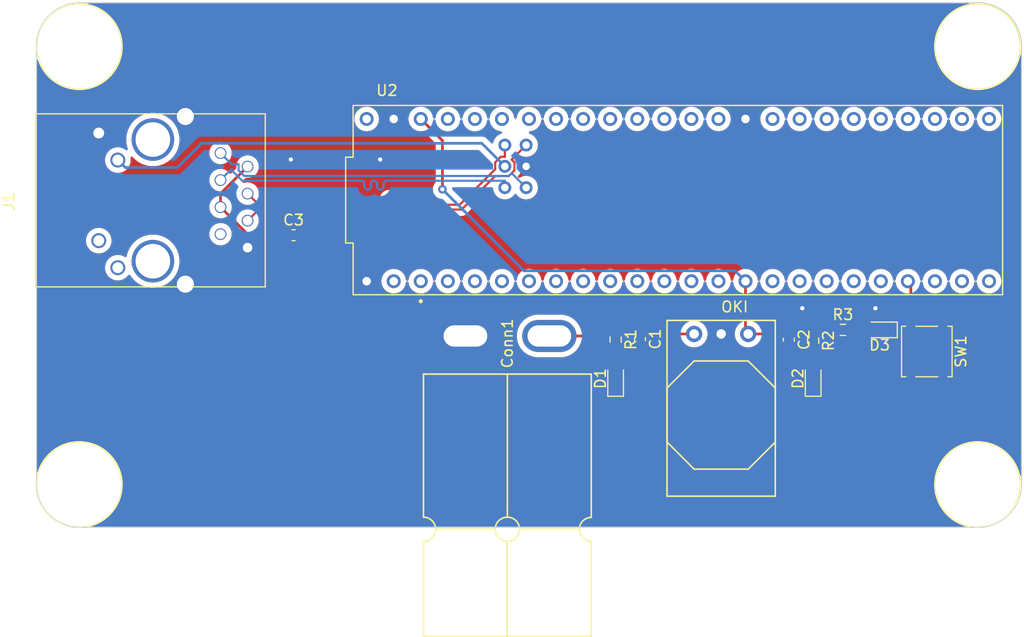
<source format=kicad_pcb>
(kicad_pcb (version 20221018) (generator pcbnew)
  (layers (0 "F.Cu" signal) (31 "B.Cu" signal) (34 "B.Paste" user) (35 "F.Paste" user) (36 "B.SilkS" user "B.Silkscreen") (37 "F.SilkS" user "F.Silkscreen") (38 "B.Mask" user) (39 "F.Mask" user) (44 "Edge.Cuts" user))
  (net 0 "")
  (net 1 "PV")
  (net 2 "GND")
  (net 3 "+3V3")
  (net 4 "Net-(C3-Pad2)")
  (net 5 "Net-(D1-A)")
  (net 6 "Net-(D2-A)")
  (net 7 "Test_Button")
  (net 8 "Net-(D3-A)")
  (net 10 "Net-(J1-Pad10)")
  (net 12 "/T+")
  (net 13 "/T-")
  (net 15 "/R+")
  (net 16 "/R-")
  (footprint "MRDT_Drill_Holes:4_40_Hole_Corner" (layer "F.Cu") (at 158.242 54.102)
    (fp_text reference "REF**" hide)
    (fp_text value "4_40_Hole" hide)
    (fp_circle (center 4.00812 -4.00812) (end 4.00812 0.00508) (stroke (width 0.15)) (fill none) (layer "F.SilkS"))
    (pad "" np_thru_hole circle (at 4.00812 -4.00812) (size 2.9464 2.9464) (drill 2.9464) (layers "*.Cu" "*.Mask") (clearance 2.5))
  )
  (footprint "MRDT_Shields:Teensy_4_1_Ethernet" (layer "F.Cu") (at 134.112 64.516)
    (fp_text reference "U2" (at -27.305 -10.295) (layer "F.SilkS"))
    (fp_text value "Teensy4.1_DEV-16771")
    (fp_line (start -31.18 4.03) (end -31.18 -4.03) (stroke (width 0.127)) (layer "F.SilkS"))
    (fp_line (start -30.48 -8.89) (end -30.48 -4.03) (stroke (width 0.127)) (layer "F.SilkS"))
    (fp_line (start -30.48 -8.89) (end 30.48 -8.89) (stroke (width 0.127)) (layer "F.SilkS"))
    (fp_line (start -30.48 -4.03) (end -31.18 -4.03) (stroke (width 0.127)) (layer "F.SilkS"))
    (fp_line (start -30.48 4.03) (end -31.18 4.03) (stroke (width 0.127)) (layer "F.SilkS"))
    (fp_line (start -30.48 8.89) (end -30.48 4.03) (stroke (width 0.127)) (layer "F.SilkS"))
    (fp_line (start 30.48 -8.89) (end 30.48 8.89) (stroke (width 0.127)) (layer "F.SilkS"))
    (fp_line (start 30.48 8.89) (end -30.48 8.89) (stroke (width 0.127)) (layer "F.SilkS"))
    (fp_circle (center -24.13 9.5) (end -24.03 9.5) (stroke (width 0.2)) (fill none) (layer "F.SilkS"))
    (pad "0" thru_hole circle (at -26.67 7.62) (size 1.308 1.308) (drill 0.8) (layers "*.Cu" "*.Mask"))
    (pad "1" thru_hole circle (at -24.13 7.62) (size 1.308 1.308) (drill 0.8) (layers "*.Cu" "*.Mask"))
    (pad "2" thru_hole circle (at -21.59 7.62) (size 1.308 1.308) (drill 0.8) (layers "*.Cu" "*.Mask"))
    (pad "3" thru_hole circle (at -19.05 7.62) (size 1.308 1.308) (drill 0.8) (layers "*.Cu" "*.Mask"))
    (pad "3.3V_1" thru_hole circle (at 6.35 7.62) (size 1.308 1.308) (drill 0.8) (layers "*.Cu" "*.Mask") (net 3 "+3V3"))
    (pad "3.3V_2" thru_hole circle (at -24.13 -7.62) (size 1.308 1.308) (drill 0.8) (layers "*.Cu" "*.Mask") (net 3 "+3V3"))
    (pad "4" thru_hole circle (at -16.51 7.62) (size 1.308 1.308) (drill 0.8) (layers "*.Cu" "*.Mask"))
    (pad "5" thru_hole circle (at -13.97 7.62) (size 1.308 1.308) (drill 0.8) (layers "*.Cu" "*.Mask"))
    (pad "6" thru_hole circle (at -11.43 7.62) (size 1.308 1.308) (drill 0.8) (layers "*.Cu" "*.Mask"))
    (pad "7" thru_hole circle (at -8.89 7.62) (size 1.308 1.308) (drill 0.8) (layers "*.Cu" "*.Mask"))
    (pad "8" thru_hole circle (at -6.35 7.62) (size 1.308 1.308) (drill 0.8) (layers "*.Cu" "*.Mask"))
    (pad "9" thru_hole circle (at -3.81 7.62) (size 1.308 1.308) (drill 0.8) (layers "*.Cu" "*.Mask"))
    (pad "10" thru_hole circle (at -1.27 7.62) (size 1.308 1.308) (drill 0.8) (layers "*.Cu" "*.Mask"))
    (pad "11" thru_hole circle (at 1.27 7.62) (size 1.308 1.308) (drill 0.8) (layers "*.Cu" "*.Mask"))
    (pad "12" thru_hole circle (at 3.81 7.62) (size 1.308 1.308) (drill 0.8) (layers "*.Cu" "*.Mask"))
    (pad "13" thru_hole circle (at 3.81 -7.62) (size 1.308 1.308) (drill 0.8) (layers "*.Cu" "*.Mask"))
    (pad "14" thru_hole circle (at 1.27 -7.62) (size 1.308 1.308) (drill 0.8) (layers "*.Cu" "*.Mask"))
    (pad "15" thru_hole circle (at -1.27 -7.62) (size 1.308 1.308) (drill 0.8) (layers "*.Cu" "*.Mask"))
    (pad "16" thru_hole circle (at -3.81 -7.62) (size 1.308 1.308) (drill 0.8) (layers "*.Cu" "*.Mask"))
    (pad "17" thru_hole circle (at -6.35 -7.62) (size 1.308 1.308) (drill 0.8) (layers "*.Cu" "*.Mask"))
    (pad "18" thru_hole circle (at -8.89 -7.62) (size 1.308 1.308) (drill 0.8) (layers "*.Cu" "*.Mask"))
    (pad "19" thru_hole circle (at -11.43 -7.62) (size 1.308 1.308) (drill 0.8) (layers "*.Cu" "*.Mask"))
    (pad "20" thru_hole circle (at -13.97 -7.62) (size 1.308 1.308) (drill 0.8) (layers "*.Cu" "*.Mask"))
    (pad "21" thru_hole circle (at -16.51 -7.62) (size 1.308 1.308) (drill 0.8) (layers "*.Cu" "*.Mask"))
    (pad "22" thru_hole circle (at -19.05 -7.62) (size 1.308 1.308) (drill 0.8) (layers "*.Cu" "*.Mask"))
    (pad "23" thru_hole circle (at -21.59 -7.62) (size 1.308 1.308) (drill 0.8) (layers "*.Cu" "*.Mask"))
    (pad "24" thru_hole circle (at 8.89 7.62) (size 1.308 1.308) (drill 0.8) (layers "*.Cu" "*.Mask"))
    (pad "25" thru_hole circle (at 11.43 7.62) (size 1.308 1.308) (drill 0.8) (layers "*.Cu" "*.Mask"))
    (pad "26" thru_hole circle (at 13.97 7.62) (size 1.308 1.308) (drill 0.8) (layers "*.Cu" "*.Mask"))
    (pad "27" thru_hole circle (at 16.51 7.62) (size 1.308 1.308) (drill 0.8) (layers "*.Cu" "*.Mask"))
    (pad "28" thru_hole circle (at 19.05 7.62) (size 1.308 1.308) (drill 0.8) (layers "*.Cu" "*.Mask"))
    (pad "29" thru_hole circle (at 21.59 7.62) (size 1.308 1.308) (drill 0.8) (layers "*.Cu" "*.Mask") (net 7 "Test_Button"))
    (pad "30" thru_hole circle (at 24.13 7.62) (size 1.308 1.308) (drill 0.8) (layers "*.Cu" "*.Mask"))
    (pad "31" thru_hole circle (at 26.67 7.62) (size 1.308 1.308) (drill 0.8) (layers "*.Cu" "*.Mask"))
    (pad "32" thru_hole circle (at 29.21 7.62) (size 1.308 1.308) (drill 0.8) (layers "*.Cu" "*.Mask"))
    (pad "33" thru_hole circle (at 29.21 -7.62) (size 1.308 1.308) (drill 0.8) (layers "*.Cu" "*.Mask"))
    (pad "34" thru_hole circle (at 26.67 -7.62) (size 1.308 1.308) (drill 0.8) (layers "*.Cu" "*.Mask"))
    (pad "35" thru_hole circle (at 24.13 -7.62) (size 1.308 1.308) (drill 0.8) (layers "*.Cu" "*.Mask"))
    (pad "36" thru_hole circle (at 21.59 -7.62) (size 1.308 1.308) (drill 0.8) (layers "*.Cu" "*.Mask"))
    (pad "37" thru_hole circle (at 19.05 -7.62) (size 1.308 1.308) (drill 0.8) (layers "*.Cu" "*.Mask"))
    (pad "38" thru_hole circle (at 16.51 -7.62) (size 1.308 1.308) (drill 0.8) (layers "*.Cu" "*.Mask"))
    (pad "39" thru_hole circle (at 13.97 -7.62) (size 1.308 1.308) (drill 0.8) (layers "*.Cu" "*.Mask"))
    (pad "40" thru_hole circle (at 11.43 -7.62) (size 1.308 1.308) (drill 0.8) (layers "*.Cu" "*.Mask"))
    (pad "41" thru_hole circle (at 8.89 -7.62) (size 1.308 1.308) (drill 0.8) (layers "*.Cu" "*.Mask"))
    (pad "GND1" thru_hole circle (at -29.21 7.62) (size 1.308 1.308) (drill 0.8) (layers "*.Cu" "*.Mask") (net 2 "GND"))
    (pad "GND2" thru_hole circle (at 6.35 -7.62) (size 1.308 1.308) (drill 0.8) (layers "*.Cu" "*.Mask") (net 2 "GND"))
    (pad "GND3" thru_hole circle (at -26.67 -7.62) (size 1.308 1.308) (drill 0.8) (layers "*.Cu" "*.Mask") (net 2 "GND"))
    (pad "GND5" thru_hole circle (at -14.24 -3.17) (size 1.208 1.208) (drill 0.7) (layers "*.Cu" "*.Mask") (net 2 "GND"))
    (pad "LED" thru_hole circle (at -16.24 -3.17) (size 1.208 1.208) (drill 0.7) (layers "*.Cu" "*.Mask") (net 10 "Net-(J1-Pad10)"))
    (pad "R+" thru_hole circle (at -16.24 -5.17) (size 1.208 1.208) (drill 0.7) (layers "*.Cu" "*.Mask") (net 15 "/R+"))
    (pad "R-" thru_hole circle (at -14.24 -5.17) (size 1.208 1.208) (drill 0.7) (layers "*.Cu" "*.Mask") (net 16 "/R-"))
    (pad "T+" thru_hole circle (at -14.24 -1.17) (size 1.208 1.208) (drill 0.7) (layers "*.Cu" "*.Mask") (net 12 "/T+"))
    (pad "T-" thru_hole circle (at -16.24 -1.17) (size 1.208 1.208) (drill 0.7) (layers "*.Cu" "*.Mask") (net 13 "/T-"))
    (pad "VIN" thru_hole circle (at -29.21 -7.62) (size 1.308 1.308) (drill 0.8) (layers "*.Cu" "*.Mask"))
  )
  (footprint "MRDT_Connectors:RJ45_Teensy" (layer "F.Cu") (at 71.836 64.666 -90)
    (fp_text reference "J1" (at 0 0.5 90) (layer "F.SilkS"))
    (fp_text value "RJ45_LED_Shielded")
    (fp_line (start -8.25 -23.55) (end 8 -23.55) (stroke (width 0.12)) (layer "F.SilkS"))
    (fp_line (start -8.25 -2) (end -8.25 -23.55) (stroke (width 0.12)) (layer "F.SilkS"))
    (fp_line (start -8.25 -2) (end 8 -2) (stroke (width 0.12)) (layer "F.SilkS"))
    (fp_line (start 8 -2) (end 8 -23.55) (stroke (width 0.12)) (layer "F.SilkS"))
    (pad "1" thru_hole circle (at -4.57 -19.35 270) (size 1.1 1.1) (drill 0.9) (layers "*.Cu" "*.Mask") (net 12 "/T+"))
    (pad "2" thru_hole circle (at -3.3 -21.89 270) (size 1.1 1.1) (drill 0.9) (layers "*.Cu" "*.Mask") (net 4 "Net-(C3-Pad2)"))
    (pad "3" thru_hole circle (at -2.03 -19.35 270) (size 1.1 1.1) (drill 0.9) (layers "*.Cu" "*.Mask") (net 13 "/T-"))
    (pad "4" thru_hole circle (at -0.76 -21.89 270) (size 1.1 1.1) (drill 0.9) (layers "*.Cu" "*.Mask") (net 15 "/R+"))
    (pad "5" thru_hole circle (at 0.51 -19.35 270) (size 1.1 1.1) (drill 0.9) (layers "*.Cu" "*.Mask") (net 4 "Net-(C3-Pad2)"))
    (pad "6" thru_hole circle (at 1.78 -21.89 270) (size 1.1 1.1) (drill 0.9) (layers "*.Cu" "*.Mask") (net 16 "/R-"))
    (pad "7" thru_hole circle (at 3.05 -19.35 270) (size 1.1 1.1) (drill 0.9) (layers "*.Cu" "*.Mask"))
    (pad "8" thru_hole circle (at 4.32 -21.89 270) (size 1.1 1.1) (drill 0.9) (layers "*.Cu" "*.Mask") (net 2 "GND"))
    (pad "9" thru_hole circle (at -6.45 -7.92 270) (size 1.4 1.4) (drill 1.02) (layers "*.Cu" "*.Mask") (net 2 "GND"))
    (pad "10" thru_hole circle (at -3.91 -9.71 270) (size 1.4 1.4) (drill 1.02) (layers "*.Cu" "*.Mask") (net 10 "Net-(J1-Pad10)"))
    (pad "11" thru_hole circle (at 3.66 -7.92 270) (size 1.4 1.4) (drill 1.02) (layers "*.Cu" "*.Mask"))
    (pad "12" thru_hole circle (at 6.2 -9.71 270) (size 1.4 1.4) (drill 1.02) (layers "*.Cu" "*.Mask"))
    (pad "13" thru_hole circle (at -5.84 -13 270) (size 4 4) (drill 3.25) (layers "*.Cu" "*.Mask"))
    (pad "14" thru_hole circle (at 5.59 -13 270) (size 4 4) (drill 3.25) (layers "*.Cu" "*.Mask"))
    (pad "SH" thru_hole circle (at -8 -16.05 270) (size 2 2) (drill 1.6) (layers "*.Cu" "*.Mask") (net 2 "GND"))
    (pad "SH" thru_hole circle (at 7.75 -16.05 270) (size 2 2) (drill 1.6) (layers "*.Cu" "*.Mask") (net 2 "GND"))
  )
  (footprint "Capacitor_SMD:C_0603_1608Metric_Pad1.08x0.95mm_HandSolder" (layer "F.Cu") (at 98.044 67.818)
    (fp_text reference "C3" (at 0 -1.43) (layer "F.SilkS"))
    (fp_text value "0.1uF")
    (fp_line (start -0.146267 -0.51) (end 0.146267 -0.51) (stroke (width 0.12)) (layer "F.SilkS"))
    (fp_line (start -0.146267 0.51) (end 0.146267 0.51) (stroke (width 0.12)) (layer "F.SilkS"))
    (pad "1" smd roundrect (at -0.8625 0) (size 1.075 0.95) (layers "F.Cu" "F.Paste" "F.Mask") (net 2 "GND"))
    (pad "2" smd roundrect (at 0.8625 0) (size 1.075 0.95) (layers "F.Cu" "F.Paste" "F.Mask") (net 4 "Net-(C3-Pad2)"))
  )
  (footprint "MRDT_Drill_Holes:4_40_Hole_Corner" (layer "F.Cu") (at 158.242 95.25)
    (fp_text reference "REF**" hide)
    (fp_text value "4_40_Hole" hide)
    (fp_circle (center 4.00812 -4.00812) (end 4.00812 0.00508) (stroke (width 0.15)) (fill none) (layer "F.SilkS"))
    (pad "" np_thru_hole circle (at 4.00812 -4.00812) (size 2.9464 2.9464) (drill 2.9464) (layers "*.Cu" "*.Mask") (clearance 2.5))
  )
  (footprint "Resistor_SMD:R_0603_1608Metric_Pad0.98x0.95mm_HandSolder" (layer "F.Cu") (at 128.27 77.6205 -90)
    (fp_text reference "R1" (at 0 -1.43 90) (layer "F.SilkS"))
    (fp_text value "3k")
    (fp_line (start -0.254724 -0.5225) (end 0.254724 -0.5225) (stroke (width 0.12)) (layer "F.SilkS"))
    (fp_line (start -0.254724 0.5225) (end 0.254724 0.5225) (stroke (width 0.12)) (layer "F.SilkS"))
    (pad "1" smd roundrect (at -0.9125 0 270) (size 0.975 0.95) (layers "F.Cu" "F.Paste" "F.Mask") (net 1 "PV"))
    (pad "2" smd roundrect (at 0.9125 0 270) (size 0.975 0.95) (layers "F.Cu" "F.Paste" "F.Mask") (net 5 "Net-(D1-A)"))
  )
  (footprint "LED_SMD:LED_0603_1608Metric_Pad1.05x0.95mm_HandSolder" (layer "F.Cu") (at 153.049 76.708 180)
    (fp_text reference "D3" (at 0 -1.43) (layer "F.SilkS"))
    (fp_text value "Blue")
    (fp_line (start -1.66 -0.735) (end -1.66 0.735) (stroke (width 0.12)) (layer "F.SilkS"))
    (fp_line (start -1.66 0.735) (end 0.8 0.735) (stroke (width 0.12)) (layer "F.SilkS"))
    (fp_line (start 0.8 -0.735) (end -1.66 -0.735) (stroke (width 0.12)) (layer "F.SilkS"))
    (pad "1" smd roundrect (at -0.875 0 180) (size 1.05 0.95) (layers "F.Cu" "F.Paste" "F.Mask") (net 7 "Test_Button"))
    (pad "2" smd roundrect (at 0.875 0 180) (size 1.05 0.95) (layers "F.Cu" "F.Paste" "F.Mask") (net 8 "Net-(D3-A)"))
  )
  (footprint "LED_SMD:LED_0603_1608Metric_Pad1.05x0.95mm_HandSolder" (layer "F.Cu") (at 128.27 81.28 90)
    (fp_text reference "D1" (at 0 -1.43 90) (layer "F.SilkS"))
    (fp_text value "Green")
    (fp_line (start -1.66 -0.735) (end -1.66 0.735) (stroke (width 0.12)) (layer "F.SilkS"))
    (fp_line (start -1.66 0.735) (end 0.8 0.735) (stroke (width 0.12)) (layer "F.SilkS"))
    (fp_line (start 0.8 -0.735) (end -1.66 -0.735) (stroke (width 0.12)) (layer "F.SilkS"))
    (pad "1" smd roundrect (at -0.875 0 90) (size 1.05 0.95) (layers "F.Cu" "F.Paste" "F.Mask") (net 2 "GND"))
    (pad "2" smd roundrect (at 0.875 0 90) (size 1.05 0.95) (layers "F.Cu" "F.Paste" "F.Mask") (net 5 "Net-(D1-A)"))
  )
  (footprint "MRDT_Connectors:Square_Anderson_2_H_Side_By_Side_PV" (layer "F.Cu") (at 113.873 77.1562 90)
    (fp_text reference "Conn1" (at -0.8218 4.237 90) (layer "F.SilkS"))
    (fp_text value "AndersonPP")
    (fp_line (start -28.344 -3.637) (end -28.344 12.111) (stroke (width 0.15)) (layer "F.SilkS"))
    (fp_line (start -28.3186 -3.637) (end -20.5716 -3.637) (stroke (width 0.15)) (layer "F.SilkS"))
    (fp_line (start -28.3186 4.2116) (end -19.4286 4.2116) (stroke (width 0.15)) (layer "F.SilkS"))
    (fp_line (start -20.597 12.111) (end -19.4286 12.111) (stroke (width 0.15)) (layer "F.SilkS"))
    (fp_line (start -20.5716 12.111) (end -28.3186 12.111) (stroke (width 0.15)) (layer "F.SilkS"))
    (fp_line (start -19.4286 -3.637) (end -20.6478 -3.637) (stroke (width 0.15)) (layer "F.SilkS"))
    (fp_line (start -18.2856 -2.494) (end -18.2856 -1.3256) (stroke (width 0.15)) (layer "F.SilkS"))
    (fp_line (start -18.2856 1.951) (end -18.2856 -1.3256) (stroke (width 0.15)) (layer "F.SilkS"))
    (fp_line (start -18.2856 1.951) (end -18.2856 3.094) (stroke (width 0.15)) (layer "F.SilkS"))
    (fp_line (start -18.2856 6.523) (end -18.2856 5.38) (stroke (width 0.15)) (layer "F.SilkS"))
    (fp_line (start -18.2856 6.523) (end -18.2856 9.825) (stroke (width 0.15)) (layer "F.SilkS"))
    (fp_line (start -18.2856 9.7996) (end -18.2856 10.968) (stroke (width 0.15)) (layer "F.SilkS"))
    (fp_line (start -16.025 -3.637) (end -17.1172 -3.637) (stroke (width 0.15)) (layer "F.SilkS"))
    (fp_line (start -15.9996 -3.637) (end -3.706 -3.637) (stroke (width 0.15)) (layer "F.SilkS"))
    (fp_line (start -15.9996 4.237) (end -17.1426 4.237) (stroke (width 0.15)) (layer "F.SilkS"))
    (fp_line (start -15.9996 4.237) (end -3.706 4.237) (stroke (width 0.15)) (layer "F.SilkS"))
    (fp_line (start -15.9996 12.111) (end -3.706 12.111) (stroke (width 0.15)) (layer "F.SilkS"))
    (fp_line (start -15.9742 12.111) (end -17.168 12.111) (stroke (width 0.15)) (layer "F.SilkS"))
    (fp_line (start -3.706 -3.637) (end -3.706 12.111) (stroke (width 0.15)) (layer "F.SilkS"))
    (fp_arc (start -19.4032 12.111) (mid -19.075863 11.320737) (end -18.2856 10.9934) (stroke (width 0.15)) (layer "F.SilkS"))
    (fp_arc (start -18.2856 -2.494) (mid -19.093823 -2.828777) (end -19.4286 -3.637) (stroke (width 0.15)) (layer "F.SilkS"))
    (fp_arc (start -18.2856 10.9934) (mid -17.495337 11.320737) (end -17.168 12.111) (stroke (width 0.15)) (layer "F.SilkS"))
    (fp_arc (start -17.1426 -3.637) (mid -17.477377 -2.828777) (end -18.2856 -2.494) (stroke (width 0.15)) (layer "F.SilkS"))
    (fp_circle (center -18.2856 4.237) (end -18.2856 5.38) (stroke (width 0.15)) (fill none) (layer "F.SilkS"))
    (pad "1" thru_hole oval (at -0.1246 0.3 90) (size 3 5.1) (drill oval 2 4.1) (layers "*.Cu" "*.Mask") (net 2 "GND"))
    (pad "4" thru_hole oval (at -0.1246 8.174 90) (size 3 5.1) (drill oval 2 4.1) (layers "*.Cu" "*.Mask") (net 1 "PV"))
  )
  (footprint "Capacitor_SMD:C_0603_1608Metric_Pad1.08x0.95mm_HandSolder" (layer "F.Cu") (at 130.556 77.5705 -90)
    (fp_text reference "C1" (at 0 -1.43 90) (layer "F.SilkS"))
    (fp_text value "10uF")
    (fp_line (start -0.146267 -0.51) (end 0.146267 -0.51) (stroke (width 0.12)) (layer "F.SilkS"))
    (fp_line (start -0.146267 0.51) (end 0.146267 0.51) (stroke (width 0.12)) (layer "F.SilkS"))
    (pad "1" smd roundrect (at -0.8625 0 270) (size 1.075 0.95) (layers "F.Cu" "F.Paste" "F.Mask") (net 1 "PV"))
    (pad "2" smd roundrect (at 0.8625 0 270) (size 1.075 0.95) (layers "F.Cu" "F.Paste" "F.Mask") (net 2 "GND"))
  )
  (footprint "Capacitor_SMD:C_0603_1608Metric_Pad1.08x0.95mm_HandSolder" (layer "F.Cu") (at 144.526 77.6235 -90)
    (fp_text reference "C2" (at 0 -1.43 90) (layer "F.SilkS"))
    (fp_text value "10uF")
    (fp_line (start -0.146267 -0.51) (end 0.146267 -0.51) (stroke (width 0.12)) (layer "F.SilkS"))
    (fp_line (start -0.146267 0.51) (end 0.146267 0.51) (stroke (width 0.12)) (layer "F.SilkS"))
    (pad "1" smd roundrect (at -0.8625 0 270) (size 1.075 0.95) (layers "F.Cu" "F.Paste" "F.Mask") (net 3 "+3V3"))
    (pad "2" smd roundrect (at 0.8625 0 270) (size 1.075 0.95) (layers "F.Cu" "F.Paste" "F.Mask") (net 2 "GND"))
  )
  (footprint "MRDT_Drill_Holes:4_40_Hole_Corner" (layer "F.Cu") (at 73.914 95.25)
    (fp_text reference "REF**" hide)
    (fp_text value "4_40_Hole" hide)
    (fp_circle (center 4.00812 -4.00812) (end 4.00812 0.00508) (stroke (width 0.15)) (fill none) (layer "F.SilkS"))
    (pad "" np_thru_hole circle (at 4.00812 -4.00812) (size 2.9464 2.9464) (drill 2.9464) (layers "*.Cu" "*.Mask") (clearance 2.5))
  )
  (footprint "Resistor_SMD:R_0603_1608Metric_Pad0.98x0.95mm_HandSolder" (layer "F.Cu") (at 146.812 77.724 -90)
    (fp_text reference "R2" (at 0 -1.43 90) (layer "F.SilkS"))
    (fp_text value "120")
    (fp_line (start -0.254724 -0.5225) (end 0.254724 -0.5225) (stroke (width 0.12)) (layer "F.SilkS"))
    (fp_line (start -0.254724 0.5225) (end 0.254724 0.5225) (stroke (width 0.12)) (layer "F.SilkS"))
    (pad "1" smd roundrect (at -0.9125 0 270) (size 0.975 0.95) (layers "F.Cu" "F.Paste" "F.Mask") (net 3 "+3V3"))
    (pad "2" smd roundrect (at 0.9125 0 270) (size 0.975 0.95) (layers "F.Cu" "F.Paste" "F.Mask") (net 6 "Net-(D2-A)"))
  )
  (footprint "MRDT_Drill_Holes:4_40_Hole_Corner" (layer "F.Cu") (at 73.914 54.102)
    (fp_text reference "REF**" hide)
    (fp_text value "4_40_Hole" hide)
    (fp_circle (center 4.00812 -4.00812) (end 4.00812 0.00508) (stroke (width 0.15)) (fill none) (layer "F.SilkS"))
    (pad "" np_thru_hole circle (at 4.00812 -4.00812) (size 2.9464 2.9464) (drill 2.9464) (layers "*.Cu" "*.Mask") (clearance 2.5))
  )
  (footprint "LED_SMD:LED_0603_1608Metric_Pad1.05x0.95mm_HandSolder" (layer "F.Cu") (at 146.812 81.28 90)
    (fp_text reference "D2" (at 0 -1.43 90) (layer "F.SilkS"))
    (fp_text value "Green")
    (fp_line (start -1.66 -0.735) (end -1.66 0.735) (stroke (width 0.12)) (layer "F.SilkS"))
    (fp_line (start -1.66 0.735) (end 0.8 0.735) (stroke (width 0.12)) (layer "F.SilkS"))
    (fp_line (start 0.8 -0.735) (end -1.66 -0.735) (stroke (width 0.12)) (layer "F.SilkS"))
    (pad "1" smd roundrect (at -0.875 0 90) (size 1.05 0.95) (layers "F.Cu" "F.Paste" "F.Mask") (net 2 "GND"))
    (pad "2" smd roundrect (at 0.875 0 90) (size 1.05 0.95) (layers "F.Cu" "F.Paste" "F.Mask") (net 6 "Net-(D2-A)"))
  )
  (footprint "MRDT_Devices:OKI_Horizontal" (layer "F.Cu") (at 135.636 77.089)
    (fp_text reference "U1" hide)
    (fp_text value "OKI" (at 3.81 -2.54) (layer "F.SilkS"))
    (fp_line (start -2.54 -1.27) (end 7.62 -1.27) (stroke (width 0.15)) (layer "F.SilkS"))
    (fp_line (start -2.54 5.08) (end 0 2.54) (stroke (width 0.15)) (layer "F.SilkS"))
    (fp_line (start -2.54 10.16) (end -2.54 5.08) (stroke (width 0.15)) (layer "F.SilkS"))
    (fp_line (start -2.54 15.24) (end -2.54 -1.27) (stroke (width 0.15)) (layer "F.SilkS"))
    (fp_line (start -2.54 15.24) (end 7.62 15.24) (stroke (width 0.15)) (layer "F.SilkS"))
    (fp_line (start 0 2.54) (end 5.08 2.54) (stroke (width 0.15)) (layer "F.SilkS"))
    (fp_line (start 0 12.7) (end -2.54 10.16) (stroke (width 0.15)) (layer "F.SilkS"))
    (fp_line (start 5.08 2.54) (end 7.62 5.08) (stroke (width 0.15)) (layer "F.SilkS"))
    (fp_line (start 5.08 12.7) (end 0 12.7) (stroke (width 0.15)) (layer "F.SilkS"))
    (fp_line (start 7.62 -1.27) (end 7.62 15.24) (stroke (width 0.15)) (layer "F.SilkS"))
    (fp_line (start 7.62 5.08) (end 7.62 10.16) (stroke (width 0.15)) (layer "F.SilkS"))
    (fp_line (start 7.62 10.16) (end 5.08 12.7) (stroke (width 0.15)) (layer "F.SilkS"))
    (pad "1" thru_hole circle (at 0 0) (size 1.524 1.524) (drill 0.889) (layers "*.Cu" "*.Mask") (net 1 "PV"))
    (pad "2" thru_hole circle (at 2.54 0) (size 1.524 1.524) (drill 0.889) (layers "*.Cu" "*.Mask") (net 2 "GND"))
    (pad "3" thru_hole circle (at 5.08 0) (size 1.524 1.524) (drill 0.889) (layers "*.Cu" "*.Mask") (net 3 "+3V3"))
  )
  (footprint "Button_Switch_SMD:SW_SPST_TL3305A" (layer "F.Cu") (at 157.48 78.74 -90)
    (fp_text reference "SW1" (at 0 -3.2 90) (layer "F.SilkS"))
    (fp_text value "SW_Push")
    (fp_line (start -2.37 -2.37) (end -2.37 -1.97) (stroke (width 0.12)) (layer "F.SilkS"))
    (fp_line (start -2.37 -2.37) (end 2.37 -2.37) (stroke (width 0.12)) (layer "F.SilkS"))
    (fp_line (start -2.37 1.03) (end -2.37 -1.03) (stroke (width 0.12)) (layer "F.SilkS"))
    (fp_line (start -2.37 2.37) (end -2.37 1.97) (stroke (width 0.12)) (layer "F.SilkS"))
    (fp_line (start -2.37 2.37) (end 2.37 2.37) (stroke (width 0.12)) (layer "F.SilkS"))
    (fp_line (start 2.37 -2.37) (end 2.37 -1.97) (stroke (width 0.12)) (layer "F.SilkS"))
    (fp_line (start 2.37 1.03) (end 2.37 -1.03) (stroke (width 0.12)) (layer "F.SilkS"))
    (fp_line (start 2.37 2.37) (end 2.37 1.97) (stroke (width 0.12)) (layer "F.SilkS"))
    (pad "1" smd rect (at -3.6 -1.5 270) (size 1.6 1.4) (layers "F.Cu" "F.Paste" "F.Mask") (net 2 "GND"))
    (pad "1" smd rect (at 3.6 -1.5 270) (size 1.6 1.4) (layers "F.Cu" "F.Paste" "F.Mask") (net 2 "GND"))
    (pad "2" smd rect (at -3.6 1.5 270) (size 1.6 1.4) (layers "F.Cu" "F.Paste" "F.Mask") (net 7 "Test_Button"))
    (pad "2" smd rect (at 3.6 1.5 270) (size 1.6 1.4) (layers "F.Cu" "F.Paste" "F.Mask") (net 7 "Test_Button"))
  )
  (footprint "Resistor_SMD:R_0603_1608Metric_Pad0.98x0.95mm_HandSolder" (layer "F.Cu") (at 149.606 76.708)
    (fp_text reference "R3" (at 0 -1.43) (layer "F.SilkS"))
    (fp_text value "120")
    (fp_line (start -0.254724 -0.5225) (end 0.254724 -0.5225) (stroke (width 0.12)) (layer "F.SilkS"))
    (fp_line (start -0.254724 0.5225) (end 0.254724 0.5225) (stroke (width 0.12)) (layer "F.SilkS"))
    (pad "1" smd roundrect (at -0.9125 0) (size 0.975 0.95) (layers "F.Cu" "F.Paste" "F.Mask") (net 3 "+3V3"))
    (pad "2" smd roundrect (at 0.9125 0) (size 0.975 0.95) (layers "F.Cu" "F.Paste" "F.Mask") (net 8 "Net-(D3-A)"))
  )
  (gr_line (start 77.978 95.25) (end 162.306 95.25) (stroke (width 0.1)) (layer "Edge.Cuts"))
  (gr_arc (start 162.306 45.974) (mid 165.179682 47.164318) (end 166.37 50.038) (stroke (width 0.1)) (layer "Edge.Cuts"))
  (gr_line (start 162.306 45.974) (end 77.978 45.974) (stroke (width 0.1)) (layer "Edge.Cuts"))
  (gr_arc (start 73.914 50.038) (mid 75.104318 47.164318) (end 77.978 45.974) (stroke (width 0.1)) (layer "Edge.Cuts"))
  (gr_line (start 73.914 50.038) (end 73.914 91.186) (stroke (width 0.1)) (layer "Edge.Cuts"))
  (gr_line (start 166.37 91.186) (end 166.37 50.038) (stroke (width 0.1)) (layer "Edge.Cuts"))
  (gr_arc (start 166.37 91.186) (mid 165.179682 94.059682) (end 162.306 95.25) (stroke (width 0.1)) (layer "Edge.Cuts"))
  (gr_arc (start 77.978 95.25) (mid 75.104318 94.059682) (end 73.914 91.186) (stroke (width 0.1)) (layer "Edge.Cuts"))
  (segment (start 130.556 76.708) (end 130.937 77.089) (width 0.254) (layer "F.Cu") (net 1))
  (segment (start 130.937 77.089) (end 135.636 77.089) (width 0.254) (layer "F.Cu") (net 1))
  (segment (start 122.047 77.2808) (end 127.6972 77.2808) (width 0.254) (layer "F.Cu") (net 1))
  (segment (start 128.27 76.708) (end 130.556 76.708) (width 0.254) (layer "F.Cu") (net 1))
  (segment (start 127.6972 77.2808) (end 128.27 76.708) (width 0.254) (layer "F.Cu") (net 1))
  (via (at 152.654 74.676) (size 0.8) (drill 0.4) (layers "F.Cu" "B.Cu") (net 2))
  (via (at 145.796 74.676) (size 0.8) (drill 0.4) (layers "F.Cu" "B.Cu") (net 2))
  (via (at 97.79 60.706) (size 0.8) (drill 0.4) (layers "F.Cu" "B.Cu") (net 2))
  (via (at 106.172 60.706) (size 0.8) (drill 0.4) (layers "F.Cu" "B.Cu") (net 2))
  (segment (start 109.982 56.896) (end 112.014 58.928) (width 0.254) (layer "F.Cu") (net 3))
  (segment (start 148.59 76.8115) (end 148.6935 76.708) (width 0.254) (layer "F.Cu") (net 3))
  (segment (start 140.462 72.136) (end 140.462 76.835) (width 0.254) (layer "F.Cu") (net 3))
  (segment (start 140.462 76.835) (end 140.716 77.089) (width 0.254) (layer "F.Cu") (net 3))
  (segment (start 146.7615 76.761) (end 146.812 76.8115) (width 0.254) (layer "F.Cu") (net 3))
  (segment (start 144.526 76.761) (end 146.7615 76.761) (width 0.254) (layer "F.Cu") (net 3))
  (segment (start 144.198 77.089) (end 140.716 77.089) (width 0.254) (layer "F.Cu") (net 3))
  (segment (start 112.014 58.928) (end 112.014 63.5) (width 0.254) (layer "F.Cu") (net 3))
  (segment (start 146.812 76.8115) (end 148.59 76.8115) (width 0.254) (layer "F.Cu") (net 3))
  (segment (start 144.526 76.761) (end 144.198 77.089) (width 0.254) (layer "F.Cu") (net 3))
  (via (at 112.014 63.5) (size 0.8) (drill 0.4) (layers "F.Cu" "B.Cu") (net 3))
  (segment (start 119.669 71.155) (end 139.481 71.155) (width 0.254) (layer "B.Cu") (net 3))
  (segment (start 112.014 63.5) (end 119.669 71.155) (width 0.254) (layer "B.Cu") (net 3))
  (segment (start 139.481 71.155) (end 140.462 72.136) (width 0.254) (layer "B.Cu") (net 3))
  (segment (start 97.282 69.342) (end 95.352 69.342) (width 0.254) (layer "F.Cu") (net 4))
  (segment (start 98.1045 68.62) (end 98.004 68.62) (width 0.254) (layer "F.Cu") (net 4))
  (segment (start 91.186 63.906) (end 93.726 61.366) (width 0.254) (layer "F.Cu") (net 4))
  (segment (start 98.9065 67.818) (end 98.1045 68.62) (width 0.254) (layer "F.Cu") (net 4))
  (segment (start 98.004 68.62) (end 97.282 69.342) (width 0.254) (layer "F.Cu") (net 4))
  (segment (start 95.352 69.342) (end 91.186 65.176) (width 0.254) (layer "F.Cu") (net 4))
  (segment (start 91.186 65.176) (end 91.186 63.906) (width 0.254) (layer "F.Cu") (net 4))
  (segment (start 128.27 78.533) (end 128.27 80.405) (width 0.254) (layer "F.Cu") (net 5))
  (segment (start 146.812 78.6365) (end 146.812 80.405) (width 0.254) (layer "F.Cu") (net 6))
  (segment (start 155.98 82.34) (end 155.98 75.14) (width 0.254) (layer "F.Cu") (net 7))
  (segment (start 155.492 75.14) (end 155.98 75.14) (width 0.254) (layer "F.Cu") (net 7))
  (segment (start 155.98 72.414) (end 155.702 72.136) (width 0.254) (layer "F.Cu") (net 7))
  (segment (start 155.98 78.764) (end 155.98 82.34) (width 0.254) (layer "F.Cu") (net 7))
  (segment (start 153.924 76.708) (end 155.492 75.14) (width 0.254) (layer "F.Cu") (net 7))
  (segment (start 155.98 75.14) (end 155.98 72.414) (width 0.254) (layer "F.Cu") (net 7))
  (segment (start 150.5185 76.708) (end 152.174 76.708) (width 0.254) (layer "F.Cu") (net 8))
  (segment (start 81.546 60.756) (end 82.246 61.456) (width 0.254) (layer "B.Cu") (net 10))
  (segment (start 115.708 59.182) (end 117.872 61.346) (width 0.254) (layer "B.Cu") (net 10))
  (segment (start 87.134 61.456) (end 89.408 59.182) (width 0.254) (layer "B.Cu") (net 10))
  (segment (start 82.246 61.456) (end 87.134 61.456) (width 0.254) (layer "B.Cu") (net 10))
  (segment (start 89.408 59.182) (end 115.708 59.182) (width 0.254) (layer "B.Cu") (net 10))
  (segment (start 118.511225 61.985225) (end 119.872 63.346) (width 0.2) (layer "B.Cu") (net 12))
  (segment (start 118.24645 62.25) (end 118.511225 61.985225) (width 0.2) (layer "B.Cu") (net 12))
  (segment (start 93.407918 62.25) (end 118.24645 62.25) (width 0.2) (layer "B.Cu") (net 12))
  (segment (start 92.876 61.140999) (end 92.876 61.718082) (width 0.2) (layer "B.Cu") (net 12))
  (segment (start 91.186 60.096) (end 92.230999 61.140999) (width 0.2) (layer "B.Cu") (net 12))
  (segment (start 92.230999 61.140999) (end 92.876 61.140999) (width 0.2) (layer "B.Cu") (net 12))
  (segment (start 92.876 61.718082) (end 93.407918 62.25) (width 0.2) (layer "B.Cu") (net 12))
  (segment (start 92.230999 61.591001) (end 92.230999 61.709449) (width 0.2) (layer "B.Cu") (net 13))
  (segment (start 105.294 63.231497) (end 105.294 62.99998) (width 0.2) (layer "B.Cu") (net 13))
  (segment (start 91.186 62.636) (end 92.230999 61.591001) (width 0.2) (layer "B.Cu") (net 13))
  (segment (start 104.694 62.99998) (end 104.694 63.231497) (width 0.2) (layer "B.Cu") (net 13))
  (segment (start 92.230999 61.709449) (end 93.22153 62.69998) (width 0.2) (layer "B.Cu") (net 13))
  (segment (start 117.872 62.69998) (end 117.872 63.346) (width 0.2) (layer "B.Cu") (net 13))
  (segment (start 106.494 63.231497) (end 106.494 62.99998) (width 0.2) (layer "B.Cu") (net 13))
  (segment (start 93.22153 62.69998) (end 104.394 62.69998) (width 0.2) (layer "B.Cu") (net 13))
  (segment (start 107.014146 62.69998) (end 117.872 62.69998) (width 0.2) (layer "B.Cu") (net 13))
  (segment (start 105.894 62.99998) (end 105.894 63.231497) (width 0.2) (layer "B.Cu") (net 13))
  (segment (start 106.794 62.69998) (end 107.014146 62.69998) (width 0.2) (layer "B.Cu") (net 13))
  (arc (start 105.294 62.99998) (mid 105.381868 62.787848) (end 105.594 62.69998) (width 0.2) (layer "B.Cu") (net 13))
  (arc (start 105.894 63.231497) (mid 105.981868 63.443629) (end 106.194 63.531497) (width 0.2) (layer "B.Cu") (net 13))
  (arc (start 104.394 62.69998) (mid 104.606132 62.787848) (end 104.694 62.99998) (width 0.2) (layer "B.Cu") (net 13))
  (arc (start 106.194 63.531497) (mid 106.406132 63.443629) (end 106.494 63.231497) (width 0.2) (layer "B.Cu") (net 13))
  (arc (start 106.494 62.99998) (mid 106.581868 62.787848) (end 106.794 62.69998) (width 0.2) (layer "B.Cu") (net 13))
  (arc (start 105.594 62.69998) (mid 105.806132 62.787848) (end 105.894 62.99998) (width 0.2) (layer "B.Cu") (net 13))
  (arc (start 104.694 63.231497) (mid 104.781868 63.443629) (end 104.994 63.531497) (width 0.2) (layer "B.Cu") (net 13))
  (arc (start 104.994 63.531497) (mid 105.206132 63.443629) (end 105.294 63.231497) (width 0.2) (layer "B.Cu") (net 13))
  (segment (start 111.471167 64.950999) (end 113.630604 64.950999) (width 0.2) (layer "F.Cu") (net 15))
  (segment (start 107.326 64.459349) (end 107.326 64.650999) (width 0.2) (layer "F.Cu") (net 15))
  (segment (start 107.926 64.650999) (end 107.926 64.45935) (width 0.2) (layer "F.Cu") (net 15))
  (segment (start 108.826 64.950999) (end 111.471167 64.950999) (width 0.2) (layer "F.Cu") (net 15))
  (segment (start 116.968 61.613603) (end 116.968 60.97155) (width 0.2) (layer "F.Cu") (net 15))
  (segment (start 93.726 63.906) (end 94.770999 64.950999) (width 0.2) (layer "F.Cu") (net 15))
  (segment (start 113.630604 64.950999) (end 116.968 61.613603) (width 0.2) (layer "F.Cu") (net 15))
  (segment (start 117.872 60.442) (end 117.872 59.346) (width 0.2) (layer "F.Cu") (net 15))
  (segment (start 116.968 60.97155) (end 117.49755 60.442) (width 0.2) (layer "F.Cu") (net 15))
  (segment (start 94.770999 64.950999) (end 106.426 64.950999) (width 0.2) (layer "F.Cu") (net 15))
  (segment (start 117.49755 60.442) (end 117.872 60.442) (width 0.2) (layer "F.Cu") (net 15))
  (segment (start 106.726 64.650999) (end 106.726 64.459349) (width 0.2) (layer "F.Cu") (net 15))
  (segment (start 108.526 64.45935) (end 108.526 64.650999) (width 0.2) (layer "F.Cu") (net 15))
  (arc (start 106.726 64.459349) (mid 106.813868 64.247217) (end 107.026 64.159349) (width 0.2) (layer "F.Cu") (net 15))
  (arc (start 107.626 64.950999) (mid 107.838132 64.863131) (end 107.926 64.650999) (width 0.2) (layer "F.Cu") (net 15))
  (arc (start 108.226 64.15935) (mid 108.438132 64.247218) (end 108.526 64.45935) (width 0.2) (layer "F.Cu") (net 15))
  (arc (start 107.926 64.45935) (mid 108.013868 64.247218) (end 108.226 64.15935) (width 0.2) (layer "F.Cu") (net 15))
  (arc (start 107.026 64.159349) (mid 107.238132 64.247217) (end 107.326 64.459349) (width 0.2) (layer "F.Cu") (net 15))
  (arc (start 108.526 64.650999) (mid 108.613868 64.863131) (end 108.826 64.950999) (width 0.2) (layer "F.Cu") (net 15))
  (arc (start 106.426 64.950999) (mid 106.638132 64.863131) (end 106.726 64.650999) (width 0.2) (layer "F.Cu") (net 15))
  (arc (start 107.326 64.650999) (mid 107.413868 64.863131) (end 107.626 64.950999) (width 0.2) (layer "F.Cu") (net 15))
  (segment (start 118.511225 60.706775) (end 119.872 59.346) (width 0.2) (layer "F.Cu") (net 16))
  (segment (start 94.770999 65.401001) (end 113.816999 65.401001) (width 0.2) (layer "F.Cu") (net 16))
  (segment (start 118.24645 62.25) (end 118.776 61.72045) (width 0.2) (layer "F.Cu") (net 16))
  (segment (start 116.968 62.25) (end 118.24645 62.25) (width 0.2) (layer "F.Cu") (net 16))
  (segment (start 118.776 61.72045) (end 118.776 60.97155) (width 0.2) (layer "F.Cu") (net 16))
  (segment (start 113.816999 65.401001) (end 116.968 62.25) (width 0.2) (layer "F.Cu") (net 16))
  (segment (start 118.776 60.97155) (end 118.511225 60.706775) (width 0.2) (layer "F.Cu") (net 16))
  (segment (start 93.726 66.446) (end 94.770999 65.401001) (width 0.2) (layer "F.Cu") (net 16))
  (zone (net 2) (net_name "GND") (layer "F.Cu") (connect_pads yes (clearance 0.5)) (min_thickness 0.25) (fill yes (thermal_gap 0.5) (thermal_bridge_width 0.5))
    (polygon (pts (xy 73.914 45.72) (xy 73.914 95.25) (xy 166.624 95.25) (xy 166.624 45.72)))
  )
  (zone (net 2) (net_name "GND") (layer "B.Cu") (priority 1) (connect_pads yes (clearance 0.5)) (min_thickness 0.25) (fill yes (thermal_gap 0.5) (thermal_bridge_width 0.5))
    (polygon (pts (xy 73.914 95.25) (xy 73.914 45.72) (xy 166.624 45.72) (xy 166.624 95.25)))
  )
)
</source>
